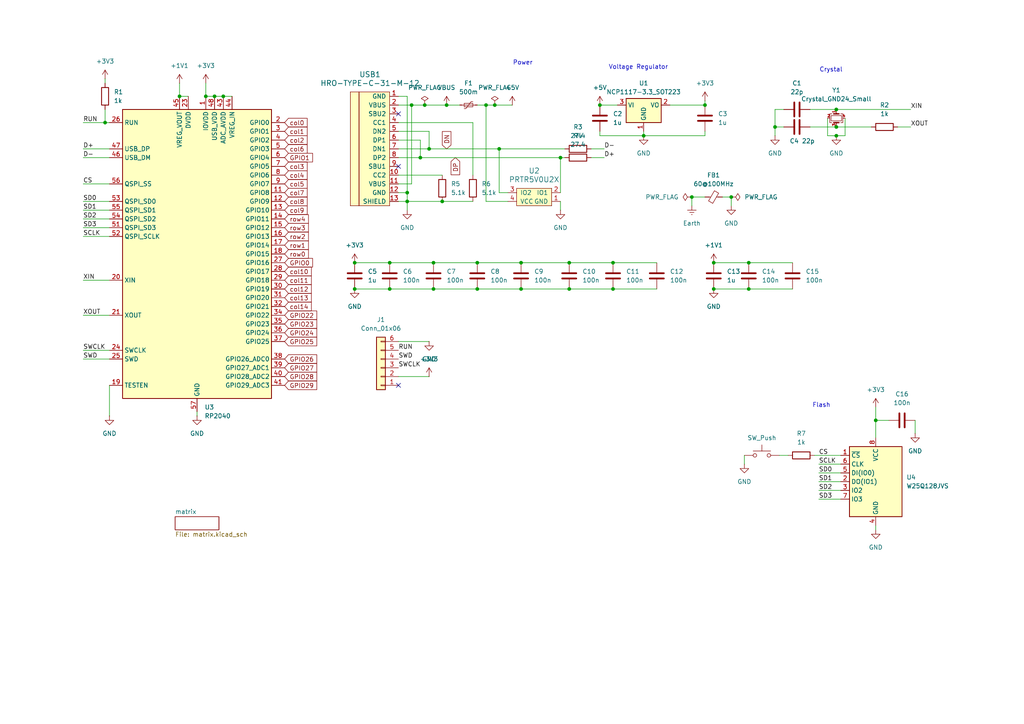
<source format=kicad_sch>
(kicad_sch (version 20231120) (generator "eeschema") (generator_version "8.0")
  (paper "A4")
  (lib_symbols
    (symbol "Connector_Generic:Conn_01x06" (pin_names (offset 1.016) hide)
      (property "Reference" "J" (at 0 7.62 0))
      (property "Value" "Conn_01x06" (at 0 -10.16 0))
      (symbol "Conn_01x06_1_1"
        (rectangle (start -1.27 -7.493) (end 0 -7.747) (stroke (width 0.1524)))
        (rectangle (start -1.27 -4.953) (end 0 -5.207) (stroke (width 0.1524)))
        (rectangle (start -1.27 -2.413) (end 0 -2.667) (stroke (width 0.1524)))
        (rectangle (start -1.27 0.127) (end 0 -0.127) (stroke (width 0.1524)))
        (rectangle (start -1.27 2.667) (end 0 2.413) (stroke (width 0.1524)))
        (rectangle (start -1.27 5.207) (end 0 4.953) (stroke (width 0.1524)))
        (rectangle (start -1.27 6.35) (end 1.27 -8.89) (stroke (width 0.254)) (fill (type background)))
        (pin passive line (at -5.08 5.08 0) (length 3.81) (name "Pin_1") (number "1"))
        (pin passive line (at -5.08 2.54 0) (length 3.81) (name "Pin_2") (number "2"))
        (pin passive line (at -5.08 0 0) (length 3.81) (name "Pin_3") (number "3"))
        (pin passive line (at -5.08 -2.54 0) (length 3.81) (name "Pin_4") (number "4"))
        (pin passive line (at -5.08 -5.08 0) (length 3.81) (name "Pin_5") (number "5"))
        (pin passive line (at -5.08 -7.62 0) (length 3.81) (name "Pin_6") (number "6"))
      )
    )
    (symbol "Device:C" (pin_numbers hide) (pin_names (offset 0.254))
      (property "Reference" "C" (at 0.635 2.54 0))
      (property "Value" "C" (at 0.635 -2.54 0))
      (symbol "C_0_1"
        (polyline (pts (xy -2.032 -0.762) (xy 2.032 -0.762)) (stroke (width 0.508)))
        (polyline (pts (xy -2.032 0.762) (xy 2.032 0.762)) (stroke (width 0.508)))
      )
      (symbol "C_1_1"
        (pin passive line (at 0 3.81 270) (length 2.794) (name "~") (number "1"))
        (pin passive line (at 0 -3.81 90) (length 2.794) (name "~") (number "2"))
      )
    )
    (symbol "Device:Crystal_GND24_Small" (pin_names (offset 1.016) hide)
      (property "Reference" "Y" (at 1.27 4.445 0))
      (property "Value" "Crystal_GND24_Small" (at 1.27 2.54 0))
      (symbol "Crystal_GND24_Small_0_1"
        (rectangle (start -0.762 -1.524) (end 0.762 1.524))
        (polyline (pts (xy -1.27 -0.762) (xy -1.27 0.762)) (stroke (width 0.381)))
        (polyline (pts (xy 1.27 -0.762) (xy 1.27 0.762)) (stroke (width 0.381)))
        (polyline (pts (xy -1.27 -1.27) (xy -1.27 -1.905) (xy 1.27 -1.905) (xy 1.27 -1.27)))
        (polyline (pts (xy -1.27 1.27) (xy -1.27 1.905) (xy 1.27 1.905) (xy 1.27 1.27)))
      )
      (symbol "Crystal_GND24_Small_1_1"
        (pin passive line (at -2.54 0 0) (length 1.27) (name "1") (number "1"))
        (pin passive line (at 0 -2.54 90) (length 0.635) (name "2") (number "2"))
        (pin passive line (at 2.54 0 180) (length 1.27) (name "3") (number "3"))
        (pin passive line (at 0 2.54 270) (length 0.635) (name "4") (number "4"))
      )
    )
    (symbol "Device:FerriteBead_Small" (pin_numbers hide) (pin_names (offset 0))
      (property "Reference" "FB" (at 1.905 1.27 0))
      (property "Value" "FerriteBead_Small" (at 1.905 -1.27 0))
      (symbol "FerriteBead_Small_0_1"
        (polyline (pts (xy 0 -1.27) (xy 0 -0.7874)))
        (polyline (pts (xy 0 0.889) (xy 0 1.2954)))
        (polyline (pts (xy -1.8288 0.2794) (xy -1.1176 1.4986) (xy 1.8288 -0.2032) (xy 1.1176 -1.4224) (xy -1.8288 0.2794)))
      )
      (symbol "FerriteBead_Small_1_1"
        (pin passive line (at 0 2.54 270) (length 1.27) (name "~") (number "1"))
        (pin passive line (at 0 -2.54 90) (length 1.27) (name "~") (number "2"))
      )
    )
    (symbol "Device:Polyfuse_Small" (pin_numbers hide) (pin_names (offset 0))
      (property "Reference" "F" (at -1.905 0 90))
      (property "Value" "Polyfuse_Small" (at 1.905 0 90))
      (symbol "Polyfuse_Small_0_1"
        (rectangle (start -0.508 1.27) (end 0.508 -1.27))
        (polyline (pts (xy 0 2.54) (xy 0 -2.54)))
        (polyline (pts (xy -1.016 1.27) (xy -1.016 0.762) (xy 1.016 -0.762) (xy 1.016 -1.27)))
      )
      (symbol "Polyfuse_Small_1_1"
        (pin passive line (at 0 2.54 270) (length 0.635) (name "~") (number "1"))
        (pin passive line (at 0 -2.54 90) (length 0.635) (name "~") (number "2"))
      )
    )
    (symbol "Device:R" (pin_numbers hide) (pin_names (offset 0))
      (property "Reference" "R" (at 2.032 0 90))
      (property "Value" "R" (at 0 0 90))
      (symbol "R_0_1"
        (rectangle (start -1.016 -2.54) (end 1.016 2.54) (stroke (width 0.254)))
      )
      (symbol "R_1_1"
        (pin passive line (at 0 3.81 270) (length 1.27) (name "~") (number "1"))
        (pin passive line (at 0 -3.81 90) (length 1.27) (name "~") (number "2"))
      )
    )
    (symbol "MCU_RaspberryPi:RP2040"
      (property "Reference" "U" (at 17.78 45.72 0))
      (property "Value" "RP2040" (at 17.78 43.18 0))
      (symbol "RP2040_0_1"
        (rectangle (start -21.59 41.91) (end 21.59 -41.91) (stroke (width 0.254)) (fill (type background)))
      )
      (symbol "RP2040_1_1"
        (pin power_in line (at 2.54 45.72 270) (length 3.81) (name "IOVDD") (number "1"))
        (pin passive line (at 2.54 45.72 270) (length 3.81) hide (name "IOVDD") (number "10"))
        (pin bidirectional line (at 25.4 17.78 180) (length 3.81) (name "GPIO8") (number "11"))
        (pin bidirectional line (at 25.4 15.24 180) (length 3.81) (name "GPIO9") (number "12"))
        (pin bidirectional line (at 25.4 12.7 180) (length 3.81) (name "GPIO10") (number "13"))
        (pin bidirectional line (at 25.4 10.16 180) (length 3.81) (name "GPIO11") (number "14"))
        (pin bidirectional line (at 25.4 7.62 180) (length 3.81) (name "GPIO12") (number "15"))
        (pin bidirectional line (at 25.4 5.08 180) (length 3.81) (name "GPIO13") (number "16"))
        (pin bidirectional line (at 25.4 2.54 180) (length 3.81) (name "GPIO14") (number "17"))
        (pin bidirectional line (at 25.4 0 180) (length 3.81) (name "GPIO15") (number "18"))
        (pin input line (at -25.4 -38.1 0) (length 3.81) (name "TESTEN") (number "19"))
        (pin bidirectional line (at 25.4 38.1 180) (length 3.81) (name "GPIO0") (number "2"))
        (pin input line (at -25.4 -7.62 0) (length 3.81) (name "XIN") (number "20"))
        (pin passive line (at -25.4 -17.78 0) (length 3.81) (name "XOUT") (number "21"))
        (pin passive line (at 2.54 45.72 270) (length 3.81) hide (name "IOVDD") (number "22"))
        (pin power_in line (at -2.54 45.72 270) (length 3.81) (name "DVDD") (number "23"))
        (pin input line (at -25.4 -27.94 0) (length 3.81) (name "SWCLK") (number "24"))
        (pin bidirectional line (at -25.4 -30.48 0) (length 3.81) (name "SWD") (number "25"))
        (pin input line (at -25.4 38.1 0) (length 3.81) (name "RUN") (number "26"))
        (pin bidirectional line (at 25.4 -2.54 180) (length 3.81) (name "GPIO16") (number "27"))
        (pin bidirectional line (at 25.4 -5.08 180) (length 3.81) (name "GPIO17") (number "28"))
        (pin bidirectional line (at 25.4 -7.62 180) (length 3.81) (name "GPIO18") (number "29"))
        (pin bidirectional line (at 25.4 35.56 180) (length 3.81) (name "GPIO1") (number "3"))
        (pin bidirectional line (at 25.4 -10.16 180) (length 3.81) (name "GPIO19") (number "30"))
        (pin bidirectional line (at 25.4 -12.7 180) (length 3.81) (name "GPIO20") (number "31"))
        (pin bidirectional line (at 25.4 -15.24 180) (length 3.81) (name "GPIO21") (number "32"))
        (pin passive line (at 2.54 45.72 270) (length 3.81) hide (name "IOVDD") (number "33"))
        (pin bidirectional line (at 25.4 -17.78 180) (length 3.81) (name "GPIO22") (number "34"))
        (pin bidirectional line (at 25.4 -20.32 180) (length 3.81) (name "GPIO23") (number "35"))
        (pin bidirectional line (at 25.4 -22.86 180) (length 3.81) (name "GPIO24") (number "36"))
        (pin bidirectional line (at 25.4 -25.4 180) (length 3.81) (name "GPIO25") (number "37"))
        (pin bidirectional line (at 25.4 -30.48 180) (length 3.81) (name "GPIO26_ADC0") (number "38"))
        (pin bidirectional line (at 25.4 -33.02 180) (length 3.81) (name "GPIO27_ADC1") (number "39"))
        (pin bidirectional line (at 25.4 33.02 180) (length 3.81) (name "GPIO2") (number "4"))
        (pin bidirectional line (at 25.4 -35.56 180) (length 3.81) (name "GPIO28_ADC2") (number "40"))
        (pin bidirectional line (at 25.4 -38.1 180) (length 3.81) (name "GPIO29_ADC3") (number "41"))
        (pin passive line (at 2.54 45.72 270) (length 3.81) hide (name "IOVDD") (number "42"))
        (pin power_in line (at 7.62 45.72 270) (length 3.81) (name "ADC_AVDD") (number "43"))
        (pin power_in line (at 10.16 45.72 270) (length 3.81) (name "VREG_IN") (number "44"))
        (pin power_out line (at -5.08 45.72 270) (length 3.81) (name "VREG_VOUT") (number "45"))
        (pin bidirectional line (at -25.4 27.94 0) (length 3.81) (name "USB_DM") (number "46"))
        (pin bidirectional line (at -25.4 30.48 0) (length 3.81) (name "USB_DP") (number "47"))
        (pin power_in line (at 5.08 45.72 270) (length 3.81) (name "USB_VDD") (number "48"))
        (pin passive line (at 2.54 45.72 270) (length 3.81) hide (name "IOVDD") (number "49"))
        (pin bidirectional line (at 25.4 30.48 180) (length 3.81) (name "GPIO3") (number "5"))
        (pin passive line (at -2.54 45.72 270) (length 3.81) hide (name "DVDD") (number "50"))
        (pin bidirectional line (at -25.4 7.62 0) (length 3.81) (name "QSPI_SD3") (number "51"))
        (pin output line (at -25.4 5.08 0) (length 3.81) (name "QSPI_SCLK") (number "52"))
        (pin bidirectional line (at -25.4 15.24 0) (length 3.81) (name "QSPI_SD0") (number "53"))
        (pin bidirectional line (at -25.4 10.16 0) (length 3.81) (name "QSPI_SD2") (number "54"))
        (pin bidirectional line (at -25.4 12.7 0) (length 3.81) (name "QSPI_SD1") (number "55"))
        (pin bidirectional line (at -25.4 20.32 0) (length 3.81) (name "QSPI_SS") (number "56"))
        (pin power_in line (at 0 -45.72 90) (length 3.81) (name "GND") (number "57"))
        (pin bidirectional line (at 25.4 27.94 180) (length 3.81) (name "GPIO4") (number "6"))
        (pin bidirectional line (at 25.4 25.4 180) (length 3.81) (name "GPIO5") (number "7"))
        (pin bidirectional line (at 25.4 22.86 180) (length 3.81) (name "GPIO6") (number "8"))
        (pin bidirectional line (at 25.4 20.32 180) (length 3.81) (name "GPIO7") (number "9"))
      )
    )
    (symbol "Memory_Flash:W25Q128JVS"
      (property "Reference" "U" (at -6.35 11.43 0))
      (property "Value" "W25Q128JVS" (at 7.62 11.43 0))
      (symbol "W25Q128JVS_0_1"
        (rectangle (start -7.62 10.16) (end 7.62 -10.16) (stroke (width 0.254)) (fill (type background)))
      )
      (symbol "W25Q128JVS_1_1"
        (pin input line (at -10.16 7.62 0) (length 2.54) (name "~{CS}") (number "1"))
        (pin bidirectional line (at -10.16 0 0) (length 2.54) (name "DO(IO1)") (number "2"))
        (pin bidirectional line (at -10.16 -2.54 0) (length 2.54) (name "IO2") (number "3"))
        (pin power_in line (at 0 -12.7 90) (length 2.54) (name "GND") (number "4"))
        (pin bidirectional line (at -10.16 2.54 0) (length 2.54) (name "DI(IO0)") (number "5"))
        (pin input line (at -10.16 5.08 0) (length 2.54) (name "CLK") (number "6"))
        (pin bidirectional line (at -10.16 -5.08 0) (length 2.54) (name "IO3") (number "7"))
        (pin power_in line (at 0 12.7 270) (length 2.54) (name "VCC") (number "8"))
      )
    )
    (symbol "Regulator_Linear:NCP1117-3.3_SOT223"
      (property "Reference" "U" (at -3.81 3.175 0))
      (property "Value" "NCP1117-3.3_SOT223" (at 0 3.175 0))
      (symbol "NCP1117-3.3_SOT223_0_1"
        (rectangle (start -5.08 -5.08) (end 5.08 1.905) (stroke (width 0.254)) (fill (type background)))
      )
      (symbol "NCP1117-3.3_SOT223_1_1"
        (pin power_in line (at 0 -7.62 90) (length 2.54) (name "GND") (number "1"))
        (pin power_out line (at 7.62 0 180) (length 2.54) (name "VO") (number "2"))
        (pin power_in line (at -7.62 0 0) (length 2.54) (name "VI") (number "3"))
      )
    )
    (symbol "Switch:SW_Push" (pin_numbers hide) (pin_names (offset 1.016) hide)
      (property "Reference" "SW" (at 1.27 2.54 0))
      (property "Value" "SW_Push" (at 0 -1.524 0))
      (symbol "SW_Push_0_1"
        (circle (center -2.032 0) (radius 0.508))
        (polyline (pts (xy 0 1.27) (xy 0 3.048)))
        (polyline (pts (xy 2.54 1.27) (xy -2.54 1.27)))
        (circle (center 2.032 0) (radius 0.508))
        (pin passive line (at -5.08 0 0) (length 2.54) (name "1") (number "1"))
        (pin passive line (at 5.08 0 180) (length 2.54) (name "2") (number "2"))
      )
    )
    (symbol "Type-C:HRO-TYPE-C-31-M-12" (pin_names (offset 1.016))
      (property "Reference" "USB" (at -5.08 16.51 0))
      (property "Value" "HRO-TYPE-C-31-M-12" (at -10.16 -1.27 90))
      (symbol "HRO-TYPE-C-31-M-12_0_1"
        (rectangle (start -11.43 15.24) (end -8.89 -17.78) (fill (type background)))
        (rectangle (start 0 -17.78) (end -8.89 15.24) (fill (type background)))
      )
      (symbol "HRO-TYPE-C-31-M-12_1_1"
        (pin input line (at 2.54 13.97 180) (length 2.54) (name "GND") (number "1"))
        (pin input line (at 2.54 -8.89 180) (length 2.54) (name "CC2") (number "10"))
        (pin input line (at 2.54 -11.43 180) (length 2.54) (name "VBUS") (number "11"))
        (pin input line (at 2.54 -13.97 180) (length 2.54) (name "GND") (number "12"))
        (pin input line (at 2.54 -16.51 180) (length 2.54) (name "SHIELD") (number "13"))
        (pin input line (at 2.54 11.43 180) (length 2.54) (name "VBUS") (number "2"))
        (pin input line (at 2.54 8.89 180) (length 2.54) (name "SBU2") (number "3"))
        (pin input line (at 2.54 6.35 180) (length 2.54) (name "CC1") (number "4"))
        (pin input line (at 2.54 3.81 180) (length 2.54) (name "DN2") (number "5"))
        (pin input line (at 2.54 1.27 180) (length 2.54) (name "DP1") (number "6"))
        (pin input line (at 2.54 -1.27 180) (length 2.54) (name "DN1") (number "7"))
        (pin input line (at 2.54 -3.81 180) (length 2.54) (name "DP2") (number "8"))
        (pin input line (at 2.54 -6.35 180) (length 2.54) (name "SBU1") (number "9"))
      )
    )
    (symbol "power:+1V1" (power) (pin_numbers hide) (pin_names (offset 0) hide)
      (property "Value" "+1V1" (at 0 3.556 0))
      (symbol "+1V1_0_1"
        (polyline (pts (xy -0.762 1.27) (xy 0 2.54)))
        (polyline (pts (xy 0 0) (xy 0 2.54)))
        (polyline (pts (xy 0 2.54) (xy 0.762 1.27)))
      )
      (symbol "+1V1_1_1"
        (pin power_in line (at 0 0 90) (length 0) (name "~") (number "1"))
      )
    )
    (symbol "power:+3V3" (power) (pin_numbers hide) (pin_names (offset 0) hide)
      (property "Value" "+3V3" (at 0 3.556 0))
      (symbol "+3V3_0_1"
        (polyline (pts (xy -0.762 1.27) (xy 0 2.54)))
        (polyline (pts (xy 0 0) (xy 0 2.54)))
        (polyline (pts (xy 0 2.54) (xy 0.762 1.27)))
      )
      (symbol "+3V3_1_1"
        (pin power_in line (at 0 0 90) (length 0) (name "~") (number "1"))
      )
    )
    (symbol "power:+5V" (power) (pin_numbers hide) (pin_names (offset 0) hide)
      (property "Value" "+5V" (at 0 3.556 0))
      (symbol "+5V_0_1"
        (polyline (pts (xy -0.762 1.27) (xy 0 2.54)))
        (polyline (pts (xy 0 0) (xy 0 2.54)))
        (polyline (pts (xy 0 2.54) (xy 0.762 1.27)))
      )
      (symbol "+5V_1_1"
        (pin power_in line (at 0 0 90) (length 0) (name "~") (number "1"))
      )
    )
    (symbol "power:Earth" (power) (pin_numbers hide) (pin_names (offset 0) hide)
      (property "Value" "Earth" (at 0 -3.81 0))
      (symbol "Earth_0_1"
        (polyline (pts (xy -0.635 -1.905) (xy 0.635 -1.905)))
        (polyline (pts (xy -0.127 -2.54) (xy 0.127 -2.54)))
        (polyline (pts (xy 0 -1.27) (xy 0 0)))
        (polyline (pts (xy 1.27 -1.27) (xy -1.27 -1.27)))
      )
      (symbol "Earth_1_1"
        (pin power_in line (at 0 0 270) (length 0) (name "~") (number "1"))
      )
    )
    (symbol "power:GND" (power) (pin_numbers hide) (pin_names (offset 0) hide)
      (property "Value" "GND" (at 0 -3.81 0))
      (symbol "GND_0_1"
        (polyline (pts (xy 0 0) (xy 0 -1.27) (xy 1.27 -1.27) (xy 0 -2.54) (xy -1.27 -1.27) (xy 0 -1.27)))
      )
      (symbol "GND_1_1"
        (pin power_in line (at 0 0 270) (length 0) (name "~") (number "1"))
      )
    )
    (symbol "power:PWR_FLAG" (power) (pin_numbers hide) (pin_names (offset 0) hide)
      (property "Value" "PWR_FLAG" (at 0 3.81 0))
      (symbol "PWR_FLAG_0_0"
        (pin power_out line (at 0 0 90) (length 0) (name "~") (number "1"))
      )
      (symbol "PWR_FLAG_0_1"
        (polyline (pts (xy 0 0) (xy 0 1.27) (xy -1.016 1.905) (xy 0 2.54) (xy 1.016 1.905) (xy 0 1.27)))
      )
    )
    (symbol "power:VBUS" (power) (pin_numbers hide) (pin_names (offset 0) hide)
      (property "Value" "VBUS" (at 0 3.556 0))
      (symbol "VBUS_0_1"
        (polyline (pts (xy -0.762 1.27) (xy 0 2.54)))
        (polyline (pts (xy 0 0) (xy 0 2.54)))
        (polyline (pts (xy 0 2.54) (xy 0.762 1.27)))
      )
      (symbol "VBUS_1_1"
        (pin power_in line (at 0 0 90) (length 0) (name "~") (number "1"))
      )
    )
    (symbol "random-keyboard-parts:PRTR5V0U2X" (pin_names (offset 1.016))
      (property "Reference" "U" (at 0 3.81 0))
      (property "Value" "PRTR5V0U2X" (at 0 -3.81 0))
      (symbol "PRTR5V0U2X_0_1"
        (rectangle (start -5.08 2.54) (end 5.08 -2.54) (fill (type background)))
      )
      (symbol "PRTR5V0U2X_1_1"
        (pin input line (at -7.62 1.27 0) (length 2.54) (name "GND") (number "1"))
        (pin input line (at -7.62 -1.27 0) (length 2.54) (name "IO1") (number "2"))
        (pin input line (at 7.62 -1.27 180) (length 2.54) (name "IO2") (number "3"))
        (pin input line (at 7.62 1.27 180) (length 2.54) (name "VCC") (number "4"))
      )
    )
  )
  (junction (at 125.73 76.2))
  (junction (at 151.13 83.82))
  (junction (at 217.17 83.82))
  (junction (at 118.11 55.88))
  (junction (at 138.43 76.2))
  (junction (at 129.54 30.48))
  (junction (at 140.97 30.48))
  (junction (at 242.57 31.75))
  (junction (at 254 121.92))
  (junction (at 242.57 39.37))
  (junction (at 200.66 57.15))
  (junction (at 62.23 27.94))
  (junction (at 242.57 36.83))
  (junction (at 118.11 58.42))
  (junction (at 123.19 30.48))
  (junction (at 64.77 27.94))
  (junction (at 212.09 57.15))
  (junction (at 224.79 36.83))
  (junction (at 207.01 76.2))
  (junction (at 165.1 83.82))
  (junction (at 143.51 30.48))
  (junction (at 186.69 39.37))
  (junction (at 207.01 83.82))
  (junction (at 165.1 76.2))
  (junction (at 102.87 76.2))
  (junction (at 204.47 30.48))
  (junction (at 113.03 76.2))
  (junction (at 177.8 76.2))
  (junction (at 217.17 76.2))
  (junction (at 124.46 43.18))
  (junction (at 113.03 83.82))
  (junction (at 138.43 83.82))
  (junction (at 59.69 27.94))
  (junction (at 52.07 27.94))
  (junction (at 151.13 76.2))
  (junction (at 128.27 58.42))
  (junction (at 144.78 43.18))
  (junction (at 162.56 45.72))
  (junction (at 119.38 30.48))
  (junction (at 30.48 35.56))
  (junction (at 125.73 83.82))
  (junction (at 121.92 45.72))
  (junction (at 177.8 83.82))
  (junction (at 102.87 83.82))
  (junction (at 173.99 30.48))
  (no_connect (at 115.57 111.76))
  (no_connect (at 115.57 48.26))
  (no_connect (at 115.57 33.02))
  (wire (pts (xy 24.13 68.58) (xy 31.75 68.58)))
  (wire (pts (xy 59.69 27.94) (xy 62.23 27.94)))
  (wire (pts (xy 59.69 24.13) (xy 59.69 27.94)))
  (wire (pts (xy 115.57 58.42) (xy 118.11 58.42)))
  (wire (pts (xy 260.35 36.83) (xy 264.16 36.83)))
  (wire (pts (xy 118.11 58.42) (xy 128.27 58.42)))
  (wire (pts (xy 24.13 81.28) (xy 31.75 81.28)))
  (wire (pts (xy 204.47 29.21) (xy 204.47 30.48)))
  (wire (pts (xy 118.11 55.88) (xy 118.11 58.42)))
  (wire (pts (xy 115.57 35.56) (xy 137.16 35.56)))
  (wire (pts (xy 212.09 57.15) (xy 212.09 59.69)))
  (wire (pts (xy 237.49 137.16) (xy 243.84 137.16)))
  (wire (pts (xy 138.43 76.2) (xy 151.13 76.2)))
  (wire (pts (xy 115.57 50.8) (xy 128.27 50.8)))
  (wire (pts (xy 242.57 31.75) (xy 264.16 31.75)))
  (wire (pts (xy 24.13 66.04) (xy 31.75 66.04)))
  (wire (pts (xy 24.13 53.34) (xy 31.75 53.34)))
  (wire (pts (xy 151.13 76.2) (xy 165.1 76.2)))
  (wire (pts (xy 237.49 139.7) (xy 243.84 139.7)))
  (wire (pts (xy 137.16 35.56) (xy 137.16 50.8)))
  (wire (pts (xy 115.57 40.64) (xy 121.92 40.64)))
  (wire (pts (xy 254 152.4) (xy 254 153.67)))
  (wire (pts (xy 236.22 132.08) (xy 243.84 132.08)))
  (wire (pts (xy 140.97 30.48) (xy 143.51 30.48)))
  (wire (pts (xy 119.38 30.48) (xy 115.57 30.48)))
  (wire (pts (xy 254 121.92) (xy 257.81 121.92)))
  (wire (pts (xy 119.38 53.34) (xy 119.38 30.48)))
  (wire (pts (xy 165.1 83.82) (xy 177.8 83.82)))
  (wire (pts (xy 162.56 45.72) (xy 163.83 45.72)))
  (wire (pts (xy 207.01 76.2) (xy 217.17 76.2)))
  (wire (pts (xy 234.95 36.83) (xy 242.57 36.83)))
  (wire (pts (xy 215.9 132.08) (xy 215.9 134.62)))
  (wire (pts (xy 118.11 55.88) (xy 115.57 55.88)))
  (wire (pts (xy 24.13 104.14) (xy 31.75 104.14)))
  (wire (pts (xy 24.13 58.42) (xy 31.75 58.42)))
  (wire (pts (xy 115.57 109.22) (xy 124.46 109.22)))
  (wire (pts (xy 140.97 58.42) (xy 140.97 30.48)))
  (wire (pts (xy 52.07 27.94) (xy 54.61 27.94)))
  (wire (pts (xy 128.27 58.42) (xy 137.16 58.42)))
  (wire (pts (xy 194.31 30.48) (xy 204.47 30.48)))
  (wire (pts (xy 118.11 27.94) (xy 118.11 55.88)))
  (wire (pts (xy 124.46 43.18) (xy 144.78 43.18)))
  (wire (pts (xy 102.87 83.82) (xy 113.03 83.82)))
  (wire (pts (xy 115.57 43.18) (xy 124.46 43.18)))
  (wire (pts (xy 144.78 43.18) (xy 163.83 43.18)))
  (wire (pts (xy 240.03 34.29) (xy 240.03 39.37)))
  (wire (pts (xy 115.57 27.94) (xy 118.11 27.94)))
  (wire (pts (xy 140.97 58.42) (xy 147.32 58.42)))
  (wire (pts (xy 125.73 83.82) (xy 138.43 83.82)))
  (wire (pts (xy 24.13 35.56) (xy 30.48 35.56)))
  (wire (pts (xy 30.48 35.56) (xy 31.75 35.56)))
  (wire (pts (xy 162.56 58.42) (xy 162.56 60.96)))
  (wire (pts (xy 165.1 76.2) (xy 177.8 76.2)))
  (wire (pts (xy 138.43 30.48) (xy 140.97 30.48)))
  (wire (pts (xy 144.78 55.88) (xy 147.32 55.88)))
  (wire (pts (xy 143.51 30.48) (xy 148.59 30.48)))
  (wire (pts (xy 30.48 22.86) (xy 30.48 24.13)))
  (wire (pts (xy 204.47 38.1) (xy 204.47 39.37)))
  (wire (pts (xy 118.11 58.42) (xy 118.11 60.96)))
  (wire (pts (xy 24.13 101.6) (xy 31.75 101.6)))
  (wire (pts (xy 138.43 83.82) (xy 151.13 83.82)))
  (wire (pts (xy 204.47 57.15) (xy 200.66 57.15)))
  (wire (pts (xy 254 118.11) (xy 254 121.92)))
  (wire (pts (xy 119.38 30.48) (xy 123.19 30.48)))
  (wire (pts (xy 64.77 27.94) (xy 67.31 27.94)))
  (wire (pts (xy 24.13 45.72) (xy 31.75 45.72)))
  (wire (pts (xy 144.78 43.18) (xy 144.78 55.88)))
  (wire (pts (xy 24.13 43.18) (xy 31.75 43.18)))
  (wire (pts (xy 265.43 121.92) (xy 265.43 125.73)))
  (wire (pts (xy 177.8 83.82) (xy 190.5 83.82)))
  (wire (pts (xy 124.46 38.1) (xy 124.46 43.18)))
  (wire (pts (xy 217.17 83.82) (xy 229.87 83.82)))
  (wire (pts (xy 113.03 83.82) (xy 125.73 83.82)))
  (wire (pts (xy 237.49 144.78) (xy 243.84 144.78)))
  (wire (pts (xy 245.11 39.37) (xy 242.57 39.37)))
  (wire (pts (xy 186.69 39.37) (xy 204.47 39.37)))
  (wire (pts (xy 115.57 38.1) (xy 124.46 38.1)))
  (wire (pts (xy 57.15 119.38) (xy 57.15 120.65)))
  (wire (pts (xy 62.23 27.94) (xy 64.77 27.94)))
  (wire (pts (xy 242.57 36.83) (xy 252.73 36.83)))
  (wire (pts (xy 121.92 45.72) (xy 162.56 45.72)))
  (wire (pts (xy 115.57 53.34) (xy 119.38 53.34)))
  (wire (pts (xy 226.06 132.08) (xy 228.6 132.08)))
  (wire (pts (xy 115.57 45.72) (xy 121.92 45.72)))
  (wire (pts (xy 113.03 76.2) (xy 125.73 76.2)))
  (wire (pts (xy 173.99 39.37) (xy 186.69 39.37)))
  (wire (pts (xy 245.11 34.29) (xy 245.11 39.37)))
  (wire (pts (xy 200.66 57.15) (xy 200.66 59.69)))
  (wire (pts (xy 177.8 76.2) (xy 190.5 76.2)))
  (wire (pts (xy 254 121.92) (xy 254 127)))
  (wire (pts (xy 151.13 83.82) (xy 165.1 83.82)))
  (wire (pts (xy 237.49 134.62) (xy 243.84 134.62)))
  (wire (pts (xy 171.45 43.18) (xy 175.26 43.18)))
  (wire (pts (xy 52.07 24.13) (xy 52.07 27.94)))
  (wire (pts (xy 24.13 91.44) (xy 31.75 91.44)))
  (wire (pts (xy 115.57 99.06) (xy 124.46 99.06)))
  (wire (pts (xy 237.49 142.24) (xy 243.84 142.24)))
  (wire (pts (xy 31.75 111.76) (xy 31.75 120.65)))
  (wire (pts (xy 217.17 76.2) (xy 229.87 76.2)))
  (wire (pts (xy 30.48 31.75) (xy 30.48 35.56)))
  (wire (pts (xy 186.69 38.1) (xy 186.69 39.37)))
  (wire (pts (xy 234.95 31.75) (xy 242.57 31.75)))
  (wire (pts (xy 24.13 60.96) (xy 31.75 60.96)))
  (wire (pts (xy 171.45 45.72) (xy 175.26 45.72)))
  (wire (pts (xy 207.01 83.82) (xy 217.17 83.82)))
  (wire (pts (xy 121.92 40.64) (xy 121.92 45.72)))
  (wire (pts (xy 224.79 36.83) (xy 224.79 39.37)))
  (wire (pts (xy 224.79 31.75) (xy 224.79 36.83)))
  (wire (pts (xy 179.07 30.48) (xy 173.99 30.48)))
  (wire (pts (xy 123.19 30.48) (xy 129.54 30.48)))
  (wire (pts (xy 125.73 76.2) (xy 138.43 76.2)))
  (wire (pts (xy 102.87 76.2) (xy 113.03 76.2)))
  (wire (pts (xy 227.33 36.83) (xy 224.79 36.83)))
  (wire (pts (xy 24.13 63.5) (xy 31.75 63.5)))
  (wire (pts (xy 129.54 30.48) (xy 133.35 30.48)))
  (wire (pts (xy 173.99 38.1) (xy 173.99 39.37)))
  (wire (pts (xy 162.56 45.72) (xy 162.56 55.88)))
  (wire (pts (xy 240.03 39.37) (xy 242.57 39.37)))
  (wire (pts (xy 227.33 31.75) (xy 224.79 31.75)))
  (wire (pts (xy 209.55 57.15) (xy 212.09 57.15)))
  (text "Voltage Regulator" (at 185.166 19.558 0) (effects (font (size 1.27 1.27))))
  (text "Power" (at 151.638 18.288 0) (effects (font (size 1.27 1.27))))
  (text "Crystal" (at 241.046 20.32 0) (effects (font (size 1.27 1.27))))
  (text "Flash" (at 238.252 117.602 0) (effects (font (size 1.27 1.27))))
  (label "D+" (at 24.13 43.18 0))
  (label "XIN" (at 24.13 81.28 0))
  (label "SWCLK" (at 115.57 106.68 0))
  (label "D-" (at 175.26 43.18 0))
  (label "SD2" (at 24.13 63.5 0))
  (label "RUN" (at 24.13 35.56 0))
  (label "SCLK" (at 24.13 68.58 0))
  (label "XOUT" (at 264.16 36.83 0))
  (label "CS" (at 237.49 132.08 0))
  (label "SD1" (at 237.49 139.7 0))
  (label "D-" (at 24.13 45.72 0))
  (label "SD2" (at 237.49 142.24 0))
  (label "CS" (at 24.13 53.34 0))
  (label "SWD" (at 24.13 104.14 0))
  (label "XIN" (at 264.16 31.75 0))
  (label "RUN" (at 115.57 101.6 0))
  (label "XOUT" (at 24.13 91.44 0))
  (label "SD1" (at 24.13 60.96 0))
  (label "SWD" (at 115.57 104.14 0))
  (label "D+" (at 175.26 45.72 0))
  (label "SCLK" (at 237.49 134.62 0))
  (label "SD3" (at 237.49 144.78 0))
  (label "SD3" (at 24.13 66.04 0))
  (label "SD0" (at 237.49 137.16 0))
  (label "SWCLK" (at 24.13 101.6 0))
  (label "SD0" (at 24.13 58.42 0))
  (global_label "GPIO1" (shape input) (at 82.55 45.72 0) (property "Intersheetrefs" "${INTERSHEET_REFS}" (effects (hide yes))))
  (global_label "col13" (shape input) (at 82.55 86.36 0) (property "Intersheetrefs" "${INTERSHEET_REFS}" (effects (hide yes))))
  (global_label "row2" (shape input) (at 82.55 68.58 0) (property "Intersheetrefs" "${INTERSHEET_REFS}" (effects (hide yes))))
  (global_label "DN" (shape input) (at 129.54 43.18 90) (property "Intersheetrefs" "${INTERSHEET_REFS}" (effects (hide yes))))
  (global_label "GPIO0" (shape input) (at 82.55 76.2 0) (property "Intersheetrefs" "${INTERSHEET_REFS}" (effects (hide yes))))
  (global_label "col9" (shape input) (at 82.55 60.96 0) (property "Intersheetrefs" "${INTERSHEET_REFS}" (effects (hide yes))))
  (global_label "col4" (shape input) (at 82.55 50.8 0) (property "Intersheetrefs" "${INTERSHEET_REFS}" (effects (hide yes))))
  (global_label "GPIO26" (shape input) (at 82.55 104.14 0) (property "Intersheetrefs" "${INTERSHEET_REFS}" (effects (hide yes))))
  (global_label "col6" (shape input) (at 82.55 43.18 0) (property "Intersheetrefs" "${INTERSHEET_REFS}" (effects (hide yes))))
  (global_label "col10" (shape input) (at 82.55 78.74 0) (property "Intersheetrefs" "${INTERSHEET_REFS}" (effects (hide yes))))
  (global_label "GPIO29" (shape input) (at 82.55 111.76 0) (property "Intersheetrefs" "${INTERSHEET_REFS}" (effects (hide yes))))
  (global_label "row4" (shape input) (at 82.55 63.5 0) (property "Intersheetrefs" "${INTERSHEET_REFS}" (effects (hide yes))))
  (global_label "GPIO23" (shape input) (at 82.55 93.98 0) (property "Intersheetrefs" "${INTERSHEET_REFS}" (effects (hide yes))))
  (global_label "col8" (shape input) (at 82.55 58.42 0) (property "Intersheetrefs" "${INTERSHEET_REFS}" (effects (hide yes))))
  (global_label "col1" (shape input) (at 82.55 38.1 0) (property "Intersheetrefs" "${INTERSHEET_REFS}" (effects (hide yes))))
  (global_label "col7" (shape input) (at 82.55 55.88 0) (property "Intersheetrefs" "${INTERSHEET_REFS}" (effects (hide yes))))
  (global_label "col12" (shape input) (at 82.55 83.82 0) (property "Intersheetrefs" "${INTERSHEET_REFS}" (effects (hide yes))))
  (global_label "col2" (shape input) (at 82.55 40.64 0) (property "Intersheetrefs" "${INTERSHEET_REFS}" (effects (hide yes))))
  (global_label "col5" (shape input) (at 82.55 53.34 0) (property "Intersheetrefs" "${INTERSHEET_REFS}" (effects (hide yes))))
  (global_label "GPIO22" (shape input) (at 82.55 91.44 0) (property "Intersheetrefs" "${INTERSHEET_REFS}" (effects (hide yes))))
  (global_label "row0" (shape input) (at 82.55 73.66 0) (property "Intersheetrefs" "${INTERSHEET_REFS}" (effects (hide yes))))
  (global_label "GPIO28" (shape input) (at 82.55 109.22 0) (property "Intersheetrefs" "${INTERSHEET_REFS}" (effects (hide yes))))
  (global_label "col14" (shape input) (at 82.55 88.9 0) (property "Intersheetrefs" "${INTERSHEET_REFS}" (effects (hide yes))))
  (global_label "row1" (shape input) (at 82.55 71.12 0) (property "Intersheetrefs" "${INTERSHEET_REFS}" (effects (hide yes))))
  (global_label "col0" (shape input) (at 82.55 35.56 0) (property "Intersheetrefs" "${INTERSHEET_REFS}" (effects (hide yes))))
  (global_label "GPIO25" (shape input) (at 82.55 99.06 0) (property "Intersheetrefs" "${INTERSHEET_REFS}" (effects (hide yes))))
  (global_label "row3" (shape input) (at 82.55 66.04 0) (property "Intersheetrefs" "${INTERSHEET_REFS}" (effects (hide yes))))
  (global_label "GPIO27" (shape input) (at 82.55 106.68 0) (property "Intersheetrefs" "${INTERSHEET_REFS}" (effects (hide yes))))
  (global_label "col11" (shape input) (at 82.55 81.28 0) (property "Intersheetrefs" "${INTERSHEET_REFS}" (effects (hide yes))))
  (global_label "GPIO24" (shape input) (at 82.55 96.52 0) (property "Intersheetrefs" "${INTERSHEET_REFS}" (effects (hide yes))))
  (global_label "col3" (shape input) (at 82.55 48.26 0) (property "Intersheetrefs" "${INTERSHEET_REFS}" (effects (hide yes))))
  (global_label "DP" (shape input) (at 132.08 45.72 270) (property "Intersheetrefs" "${INTERSHEET_REFS}" (effects (hide yes))))
  (symbol (lib_id "Device:C") (at 229.87 80.01 0) (unit 1)
    (property "Reference" "C15" (at 233.68 78.7399 0) (effects (justify left)))
    (property "Value" "100n" (at 233.68 81.2799 0) (effects (justify left)))
    (property "Footprint" "Capacitor_SMD:C_0402_1005Metric" (effects (hide yes)))
    (property "Description" "Unpolarized capacitor" (effects (hide yes)))
    (property "JLCPCB Part" "C14663" (effects (hide yes)))
  )
  (symbol (lib_id "Memory_Flash:W25Q128JVS") (at 254 139.7 0) (unit 1)
    (property "Reference" "U4" (at 262.89 138.4299 0) (effects (justify left)))
    (property "Value" "W25Q128JVS" (at 262.89 140.9699 0) (effects (justify left)))
    (property "Footprint" "Package_SO:SOIC-8_5.23x5.23mm_P1.27mm" (effects (hide yes)))
    (property "Datasheet" "https://www.winbond.com/resource-files/w25q128jv_dtr%20revc%2003272018%20plus.pdf" (effects (hide yes)))
    (property "Description" "128Mb Serial Flash Memory, Standard/Dual/Quad SPI, SOIC-8" (effects (hide yes)))
    (property "JLCPCB Part" "C82317" (effects (hide yes)))
  )
  (symbol (lib_id "Device:C") (at 217.17 80.01 0) (unit 1)
    (property "Reference" "C14" (at 220.98 78.7399 0) (effects (justify left)))
    (property "Value" "100n" (at 220.98 81.2799 0) (effects (justify left)))
    (property "Footprint" "Capacitor_SMD:C_0402_1005Metric" (effects (hide yes)))
    (property "Description" "Unpolarized capacitor" (effects (hide yes)))
    (property "JLCPCB Part" "C14663" (effects (hide yes)))
  )
  (symbol (lib_id "power:+3V3") (at 102.87 76.2 0) (unit 1)
    (property "Reference" "#PWR010" (effects (hide yes)))
    (property "Value" "+3V3" (at 102.87 71.12 0))
    (property "Description" "Power symbol creates a global label with name \"+3V3\"" (effects (hide yes)))
  )
  (symbol (lib_id "power:+3V3") (at 204.47 29.21 0) (unit 1)
    (property "Reference" "#PWR04" (effects (hide yes)))
    (property "Value" "+3V3" (at 204.47 24.13 0))
    (property "Description" "Power symbol creates a global label with name \"+3V3\"" (effects (hide yes)))
  )
  (symbol (lib_id "power:GND") (at 207.01 83.82 0) (unit 1)
    (property "Reference" "#PWR013" (effects (hide yes)))
    (property "Value" "GND" (at 207.01 88.9 0))
    (property "Description" "Power symbol creates a global label with name \"GND\" , ground" (effects (hide yes)))
  )
  (symbol (lib_id "Device:Crystal_GND24_Small") (at 242.57 34.29 270) (unit 1)
    (property "Reference" "Y1" (at 242.57 26.162 90))
    (property "Value" "Crystal_GND24_Small" (at 242.57 28.702 90))
    (property "Footprint" "Crystal:Crystal_SMD_3225-4Pin_3.2x2.5mm" (effects (hide yes)))
    (property "Description" "Four pin crystal, GND on pins 2 and 4, small symbol" (effects (hide yes)))
    (property "JLCPCB Part" "C9002" (effects (hide yes)))
  )
  (symbol (lib_id "Device:C") (at 125.73 80.01 0) (unit 1)
    (property "Reference" "C7" (at 129.54 78.7399 0) (effects (justify left)))
    (property "Value" "100n" (at 129.54 81.2799 0) (effects (justify left)))
    (property "Footprint" "Capacitor_SMD:C_0402_1005Metric" (effects (hide yes)))
    (property "Description" "Unpolarized capacitor" (effects (hide yes)))
    (property "JLCPCB Part" "C14663" (effects (hide yes)))
  )
  (symbol (lib_id "Device:C") (at 113.03 80.01 0) (unit 1)
    (property "Reference" "C6" (at 116.84 78.7399 0) (effects (justify left)))
    (property "Value" "100n" (at 116.84 81.2799 0) (effects (justify left)))
    (property "Footprint" "Capacitor_SMD:C_0402_1005Metric" (effects (hide yes)))
    (property "Description" "Unpolarized capacitor" (effects (hide yes)))
    (property "JLCPCB Part" "C14663" (effects (hide yes)))
  )
  (symbol (lib_id "Device:C") (at 173.99 34.29 0) (unit 1)
    (property "Reference" "C2" (at 177.8 33.0199 0) (effects (justify left)))
    (property "Value" "1u" (at 177.8 35.5599 0) (effects (justify left)))
    (property "Footprint" "Capacitor_SMD:C_0402_1005Metric" (effects (hide yes)))
    (property "Description" "Unpolarized capacitor" (effects (hide yes)))
    (property "JLCPCB Part" "C52923" (effects (hide yes)))
  )
  (symbol (lib_id "Device:C") (at 102.87 80.01 0) (unit 1)
    (property "Reference" "C5" (at 106.68 78.7399 0) (effects (justify left)))
    (property "Value" "1u" (at 106.68 81.2799 0) (effects (justify left)))
    (property "Footprint" "Capacitor_SMD:C_0402_1005Metric" (effects (hide yes)))
    (property "Description" "Unpolarized capacitor" (effects (hide yes)))
    (property "JLCPCB Part" "C52923" (effects (hide yes)))
  )
  (symbol (lib_id "power:PWR_FLAG") (at 143.51 30.48 0) (unit 1)
    (property "Reference" "#FLG02" (effects (hide yes)))
    (property "Value" "PWR_FLAG" (at 143.51 25.4 0))
    (property "Description" "Special symbol for telling ERC where power comes from" (effects (hide yes)))
  )
  (symbol (lib_id "power:+3V3") (at 59.69 24.13 0) (unit 1)
    (property "Reference" "#PWR03" (effects (hide yes)))
    (property "Value" "+3V3" (at 59.69 19.05 0))
    (property "Description" "Power symbol creates a global label with name \"+3V3\"" (effects (hide yes)))
  )
  (symbol (lib_id "Regulator_Linear:NCP1117-3.3_SOT223") (at 186.69 30.48 0) (unit 1)
    (property "Reference" "U1" (at 186.69 24.13 0))
    (property "Value" "NCP1117-3.3_SOT223" (at 186.69 26.67 0))
    (property "Footprint" "Package_TO_SOT_SMD:SOT-23-3" (effects (hide yes)))
    (property "Datasheet" "http://www.onsemi.com/pub_link/Collateral/NCP1117-D.PDF" (effects (hide yes)))
    (property "Description" "1A Low drop-out regulator, Fixed Output 3.3V, SOT-223" (effects (hide yes)))
    (property "JLCPCB Part" "C5446" (effects (hide yes)))
  )
  (symbol (lib_id "Device:C") (at 231.14 31.75 90) (unit 1)
    (property "Reference" "C1" (at 231.14 24.13 90))
    (property "Value" "22p" (at 231.14 26.67 90))
    (property "Footprint" "Capacitor_SMD:C_0402_1005Metric" (effects (hide yes)))
    (property "Description" "Unpolarized capacitor" (effects (hide yes)))
    (property "JLCPCB Part" "C1555" (effects (hide yes)))
  )
  (symbol (lib_id "Device:Polyfuse_Small") (at 135.89 30.48 90) (unit 1)
    (property "Reference" "F1" (at 135.89 24.13 90))
    (property "Value" "500m" (at 135.89 26.67 90))
    (property "Footprint" "Fuse_0805_2012Metric" (effects (hide yes)))
    (property "Description" "Resettable fuse, polymeric positive temperature coefficient, small symbol" (effects (hide yes)))
    (property "JLCPCB Part" "C1015" (effects (hide yes)))
  )
  (symbol (lib_id "Device:C") (at 261.62 121.92 90) (unit 1)
    (property "Reference" "C16" (at 261.62 114.3 90))
    (property "Value" "100n" (at 261.62 116.84 90))
    (property "Footprint" "Capacitor_SMD:C_0402_1005Metric" (effects (hide yes)))
    (property "Description" "Unpolarized capacitor" (effects (hide yes)))
    (property "JLCPCB Part" "C14663" (effects (hide yes)))
  )
  (symbol (lib_id "power:Earth") (at 200.66 59.69 0) (unit 1)
    (property "Reference" "#PWR020" (effects (hide yes)))
    (property "Value" "Earth" (at 200.66 64.77 0))
    (property "Description" "Power symbol creates a global label with name \"Earth\"" (effects (hide yes)))
  )
  (symbol (lib_id "Device:C") (at 177.8 80.01 0) (unit 1)
    (property "Reference" "C11" (at 181.61 78.7399 0) (effects (justify left)))
    (property "Value" "100n" (at 181.61 81.2799 0) (effects (justify left)))
    (property "Footprint" "Capacitor_SMD:C_0402_1005Metric" (effects (hide yes)))
    (property "Description" "Unpolarized capacitor" (effects (hide yes)))
    (property "JLCPCB Part" "C14663" (effects (hide yes)))
  )
  (symbol (lib_id "power:GND") (at 162.56 60.96 0) (unit 1)
    (property "Reference" "#PWR09" (effects (hide yes)))
    (property "Value" "GND" (at 162.56 66.04 0))
    (property "Description" "Power symbol creates a global label with name \"GND\" , ground" (effects (hide yes)))
  )
  (symbol (lib_id "power:GND") (at 124.46 99.06 0) (unit 1)
    (property "Reference" "#PWR026" (effects (hide yes)))
    (property "Value" "GND" (at 124.46 104.14 0))
    (property "Description" "Power symbol creates a global label with name \"GND\" , ground" (effects (hide yes)))
  )
  (symbol (lib_id "Device:R") (at 167.64 45.72 270) (unit 1)
    (property "Reference" "R4" (at 167.64 39.37 90))
    (property "Value" "27.4" (at 167.64 41.91 90))
    (property "Footprint" "R_0402_1005Metric" (effects (hide yes)))
    (property "Description" "Resistor" (effects (hide yes)))
    (property "JLCPCB Part" "C274349" (effects (hide yes)))
  )
  (symbol (lib_id "power:GND") (at 215.9 134.62 0) (unit 1)
    (property "Reference" "#PWR018" (effects (hide yes)))
    (property "Value" "GND" (at 215.9 139.7 0))
    (property "Description" "Power symbol creates a global label with name \"GND\" , ground" (effects (hide yes)))
  )
  (symbol (lib_id "Device:C") (at 207.01 80.01 0) (unit 1)
    (property "Reference" "C13" (at 210.82 78.7399 0) (effects (justify left)))
    (property "Value" "1u" (at 210.82 81.2799 0) (effects (justify left)))
    (property "Footprint" "Capacitor_SMD:C_0402_1005Metric" (effects (hide yes)))
    (property "Description" "Unpolarized capacitor" (effects (hide yes)))
    (property "JLCPCB Part" "C52923" (effects (hide yes)))
  )
  (symbol (lib_id "power:GND") (at 186.69 39.37 0) (unit 1)
    (property "Reference" "#PWR05" (effects (hide yes)))
    (property "Value" "GND" (at 186.69 44.45 0))
    (property "Description" "Power symbol creates a global label with name \"GND\" , ground" (effects (hide yes)))
  )
  (symbol (lib_id "MCU_RaspberryPi:RP2040") (at 57.15 73.66 0) (unit 1)
    (property "Reference" "U3" (at 59.3441 118.11 0) (effects (justify left)))
    (property "Value" "RP2040" (at 59.3441 120.65 0) (effects (justify left)))
    (property "Footprint" "Package_DFN_QFN:QFN-56-1EP_7x7mm_P0.4mm_EP3.2x3.2mm" (effects (hide yes)))
    (property "Datasheet" "https://datasheets.raspberrypi.com/rp2040/rp2040-datasheet.pdf" (effects (hide yes)))
    (property "Description" "A microcontroller by Raspberry Pi" (effects (hide yes)))
    (property "JLCPCB Part" "C2040" (effects (hide yes)))
  )
  (symbol (lib_id "Switch:SW_Push") (at 220.98 132.08 0) (unit 1)
    (property "Reference" "SW1" (effects (hide yes)))
    (property "Value" "SW_Push" (at 220.98 127 0))
    (property "Footprint" "Button_Switch_SMD:SW_SPST_SKQG_WithStem" (effects (hide yes)))
    (property "Description" "Push button switch, generic, two pins" (effects (hide yes)))
    (property "JLCPCB Part" "C318884" (effects (hide yes)))
  )
  (symbol (lib_id "Type-C:HRO-TYPE-C-31-M-12") (at 113.03 41.91 0) (unit 1)
    (property "Reference" "USB1" (at 107.315 21.59 0) (effects (font (size 1.524 1.524))))
    (property "Value" "HRO-TYPE-C-31-M-12" (at 107.315 24.13 0) (effects (font (size 1.524 1.524))))
    (property "Footprint" "Type-C:HRO-TYPE-C-31-M-12-HandSoldering" (effects (hide yes)))
  )
  (symbol (lib_id "random-keyboard-parts:PRTR5V0U2X") (at 154.94 57.15 180) (unit 1)
    (property "Reference" "U2" (at 154.94 49.53 0) (effects (font (size 1.524 1.524))))
    (property "Value" "PRTR5V0U2X" (at 154.94 52.07 0) (effects (font (size 1.524 1.524))))
    (property "Footprint" "Package_TO_SOT_SMD:SOT-143" (effects (hide yes)))
    (property "JLCPCB Part" "C2827688" (effects (hide yes)))
  )
  (symbol (lib_id "Device:R") (at 256.54 36.83 90) (unit 1)
    (property "Reference" "R2" (at 256.54 30.48 90))
    (property "Value" "1k" (at 256.54 33.02 90))
    (property "Footprint" "R_0402_1005Metric" (effects (hide yes)))
    (property "Description" "Resistor" (effects (hide yes)))
    (property "JLCPCB Part" "C11702" (effects (hide yes)))
  )
  (symbol (lib_id "Device:C") (at 204.47 34.29 0) (unit 1)
    (property "Reference" "C3" (at 208.28 33.0199 0) (effects (justify left)))
    (property "Value" "1u" (at 208.28 35.5599 0) (effects (justify left)))
    (property "Footprint" "Capacitor_SMD:C_0402_1005Metric" (effects (hide yes)))
    (property "Description" "Unpolarized capacitor" (effects (hide yes)))
    (property "JLCPCB Part" "C52923" (effects (hide yes)))
  )
  (symbol (lib_id "power:GND") (at 102.87 83.82 0) (unit 1)
    (property "Reference" "#PWR012" (effects (hide yes)))
    (property "Value" "GND" (at 102.87 88.9 0))
    (property "Description" "Power symbol creates a global label with name \"GND\" , ground" (effects (hide yes)))
  )
  (symbol (lib_id "power:+3V3") (at 30.48 22.86 0) (unit 1)
    (property "Reference" "#PWR01" (effects (hide yes)))
    (property "Value" "+3V3" (at 30.48 17.78 0))
    (property "Description" "Power symbol creates a global label with name \"+3V3\"" (effects (hide yes)))
  )
  (symbol (lib_id "Device:FerriteBead_Small") (at 207.01 57.15 90) (unit 1)
    (property "Reference" "FB1" (at 206.9719 50.8 90))
    (property "Value" "60@100MHz" (at 206.9719 53.34 90))
    (property "Footprint" "Inductor_SMD:L_0603_1608Metric" (effects (hide yes)))
    (property "Description" "Ferrite bead, small symbol" (effects (hide yes)))
    (property "JLCPCB Part" "C14709" (effects (hide yes)))
  )
  (symbol (lib_id "Connector_Generic:Conn_01x06") (at 110.49 106.68 180) (unit 1)
    (property "Reference" "J1" (at 110.49 92.71 0))
    (property "Value" "Conn_01x06" (at 110.49 95.25 0))
    (property "Footprint" "random-keyboard-parts:Reset_Pretty-Mask" (effects (hide yes)))
    (property "Description" "Generic connector, single row, 01x06, script generated (kicad-library-utils/schlib/autogen/connector/)" (effects (hide yes)))
  )
  (symbol (lib_id "Device:R") (at 137.16 54.61 0) (unit 1)
    (property "Reference" "R6" (at 139.7 53.3399 0) (effects (justify left)))
    (property "Value" "5.1k" (at 139.7 55.8799 0) (effects (justify left)))
    (property "Footprint" "R_0402_1005Metric" (effects (hide yes)))
    (property "Description" "Resistor" (effects (hide yes)))
    (property "JLCPCB Part" "C25905" (effects (hide yes)))
  )
  (symbol (lib_id "power:GND") (at 118.11 60.96 0) (unit 1)
    (property "Reference" "#PWR08" (effects (hide yes)))
    (property "Value" "GND" (at 118.11 66.04 0))
    (property "Description" "Power symbol creates a global label with name \"GND\" , ground" (effects (hide yes)))
  )
  (symbol (lib_id "power:+3V3") (at 254 118.11 0) (unit 1)
    (property "Reference" "#PWR014" (effects (hide yes)))
    (property "Value" "+3V3" (at 254 113.03 0))
    (property "Description" "Power symbol creates a global label with name \"+3V3\"" (effects (hide yes)))
  )
  (symbol (lib_id "Device:R") (at 232.41 132.08 90) (unit 1)
    (property "Reference" "R7" (at 232.41 125.73 90))
    (property "Value" "1k" (at 232.41 128.27 90))
    (property "Footprint" "R_0402_1005Metric" (effects (hide yes)))
    (property "Description" "Resistor" (effects (hide yes)))
    (property "JLCPCB Part" "C11702" (effects (hide yes)))
  )
  (symbol (lib_id "Device:C") (at 138.43 80.01 0) (unit 1)
    (property "Reference" "C8" (at 142.24 78.7399 0) (effects (justify left)))
    (property "Value" "100n" (at 142.24 81.2799 0) (effects (justify left)))
    (property "Footprint" "Capacitor_SMD:C_0402_1005Metric" (effects (hide yes)))
    (property "Description" "Unpolarized capacitor" (effects (hide yes)))
    (property "JLCPCB Part" "C14663" (effects (hide yes)))
  )
  (symbol (lib_id "power:GND") (at 212.09 59.69 0) (unit 1)
    (property "Reference" "#PWR021" (effects (hide yes)))
    (property "Value" "GND" (at 212.09 64.77 0))
    (property "Description" "Power symbol creates a global label with name \"GND\" , ground" (effects (hide yes)))
  )
  (symbol (lib_id "power:+5V") (at 148.59 30.48 0) (unit 1)
    (property "Reference" "#PWR022" (effects (hide yes)))
    (property "Value" "+5V" (at 148.59 25.4 0))
    (property "Description" "Power symbol creates a global label with name \"+5V\"" (effects (hide yes)))
  )
  (symbol (lib_id "Device:R") (at 167.64 43.18 90) (unit 1)
    (property "Reference" "R3" (at 167.64 36.83 90))
    (property "Value" "27.4" (at 167.64 39.37 90))
    (property "Footprint" "R_0402_1005Metric" (effects (hide yes)))
    (property "Description" "Resistor" (effects (hide yes)))
    (property "JLCPCB Part" "C274349" (effects (hide yes)))
  )
  (symbol (lib_id "power:GND") (at 31.75 120.65 0) (unit 1)
    (property "Reference" "#PWR015" (effects (hide yes)))
    (property "Value" "GND" (at 31.75 125.73 0))
    (property "Description" "Power symbol creates a global label with name \"GND\" , ground" (effects (hide yes)))
  )
  (symbol (lib_id "Device:R") (at 128.27 54.61 0) (unit 1)
    (property "Reference" "R5" (at 130.81 53.3399 0) (effects (justify left)))
    (property "Value" "5.1k" (at 130.81 55.8799 0) (effects (justify left)))
    (property "Footprint" "R_0402_1005Metric" (effects (hide yes)))
    (property "Description" "Resistor" (effects (hide yes)))
    (property "JLCPCB Part" "C25905" (effects (hide yes)))
  )
  (symbol (lib_id "power:+5V") (at 173.99 30.48 0) (unit 1)
    (property "Reference" "#PWR024" (effects (hide yes)))
    (property "Value" "+5V" (at 173.99 25.4 0))
    (property "Description" "Power symbol creates a global label with name \"+5V\"" (effects (hide yes)))
  )
  (symbol (lib_id "power:PWR_FLAG") (at 200.66 57.15 90) (unit 1)
    (property "Reference" "#FLG04" (effects (hide yes)))
    (property "Value" "PWR_FLAG" (at 196.85 57.1499 90) (effects (justify left)))
    (property "Description" "Special symbol for telling ERC where power comes from" (effects (hide yes)))
  )
  (symbol (lib_id "Device:R") (at 30.48 27.94 0) (unit 1)
    (property "Reference" "R1" (at 33.02 26.6699 0) (effects (justify left)))
    (property "Value" "1k" (at 33.02 29.2099 0) (effects (justify left)))
    (property "Footprint" "R_0402_1005Metric" (effects (hide yes)))
    (property "Description" "Resistor" (effects (hide yes)))
    (property "JLCPCB Part" "C11702" (effects (hide yes)))
  )
  (symbol (lib_id "power:GND") (at 265.43 125.73 0) (unit 1)
    (property "Reference" "#PWR017" (effects (hide yes)))
    (property "Value" "GND" (at 265.43 130.81 0))
    (property "Description" "Power symbol creates a global label with name \"GND\" , ground" (effects (hide yes)))
  )
  (symbol (lib_id "power:VBUS") (at 129.54 30.48 0) (unit 1)
    (property "Reference" "#PWR023" (effects (hide yes)))
    (property "Value" "VBUS" (at 129.54 25.4 0))
    (property "Description" "Power symbol creates a global label with name \"VBUS\"" (effects (hide yes)))
  )
  (symbol (lib_id "power:+1V1") (at 52.07 24.13 0) (unit 1)
    (property "Reference" "#PWR02" (effects (hide yes)))
    (property "Value" "+1V1" (at 52.07 19.05 0))
    (property "Description" "Power symbol creates a global label with name \"+1V1\"" (effects (hide yes)))
  )
  (symbol (lib_id "Device:C") (at 151.13 80.01 0) (unit 1)
    (property "Reference" "C9" (at 154.94 78.7399 0) (effects (justify left)))
    (property "Value" "100n" (at 154.94 81.2799 0) (effects (justify left)))
    (property "Footprint" "Capacitor_SMD:C_0402_1005Metric" (effects (hide yes)))
    (property "Description" "Unpolarized capacitor" (effects (hide yes)))
    (property "JLCPCB Part" "C14663" (effects (hide yes)))
  )
  (symbol (lib_id "power:GND") (at 254 153.67 0) (unit 1)
    (property "Reference" "#PWR019" (effects (hide yes)))
    (property "Value" "GND" (at 254 158.75 0))
    (property "Description" "Power symbol creates a global label with name \"GND\" , ground" (effects (hide yes)))
  )
  (symbol (lib_id "power:+1V1") (at 207.01 76.2 0) (unit 1)
    (property "Reference" "#PWR011" (effects (hide yes)))
    (property "Value" "+1V1" (at 207.01 71.12 0))
    (property "Description" "Power symbol creates a global label with name \"+1V1\"" (effects (hide yes)))
  )
  (symbol (lib_id "Device:C") (at 190.5 80.01 0) (unit 1)
    (property "Reference" "C12" (at 194.31 78.7399 0) (effects (justify left)))
    (property "Value" "100n" (at 194.31 81.2799 0) (effects (justify left)))
    (property "Footprint" "Capacitor_SMD:C_0402_1005Metric" (effects (hide yes)))
    (property "Description" "Unpolarized capacitor" (effects (hide yes)))
    (property "JLCPCB Part" "C14663" (effects (hide yes)))
  )
  (symbol (lib_id "power:GND") (at 224.79 39.37 0) (unit 1)
    (property "Reference" "#PWR06" (effects (hide yes)))
    (property "Value" "GND" (at 224.79 44.45 0))
    (property "Description" "Power symbol creates a global label with name \"GND\" , ground" (effects (hide yes)))
  )
  (symbol (lib_id "power:+3V3") (at 124.46 109.22 0) (unit 1)
    (property "Reference" "#PWR025" (effects (hide yes)))
    (property "Value" "+3V3" (at 124.46 104.14 0))
    (property "Description" "Power symbol creates a global label with name \"+3V3\"" (effects (hide yes)))
  )
  (symbol (lib_id "power:PWR_FLAG") (at 212.09 57.15 270) (unit 1)
    (property "Reference" "#FLG03" (effects (hide yes)))
    (property "Value" "PWR_FLAG" (at 215.9 57.1499 90) (effects (justify left)))
    (property "Description" "Special symbol for telling ERC where power comes from" (effects (hide yes)))
  )
  (symbol (lib_id "power:PWR_FLAG") (at 123.19 30.48 0) (unit 1)
    (property "Reference" "#FLG01" (effects (hide yes)))
    (property "Value" "PWR_FLAG" (at 123.19 25.4 0))
    (property "Description" "Special symbol for telling ERC where power comes from" (effects (hide yes)))
  )
  (symbol (lib_id "Device:C") (at 165.1 80.01 0) (unit 1)
    (property "Reference" "C10" (at 168.91 78.7399 0) (effects (justify left)))
    (property "Value" "100n" (at 168.91 81.2799 0) (effects (justify left)))
    (property "Footprint" "Capacitor_SMD:C_0402_1005Metric" (effects (hide yes)))
    (property "Description" "Unpolarized capacitor" (effects (hide yes)))
    (property "JLCPCB Part" "C14663" (effects (hide yes)))
  )
  (symbol (lib_id "Device:C") (at 231.14 36.83 90) (unit 1)
    (property "Reference" "C4" (at 230.378 40.894 90))
    (property "Value" "22p" (at 234.442 40.894 90))
    (property "Footprint" "Capacitor_SMD:C_0402_1005Metric" (effects (hide yes)))
    (property "Description" "Unpolarized capacitor" (effects (hide yes)))
    (property "JLCPCB Part" "C1555" (effects (hide yes)))
  )
  (symbol (lib_id "power:GND") (at 57.15 120.65 0) (unit 1)
    (property "Reference" "#PWR016" (effects (hide yes)))
    (property "Value" "GND" (at 57.15 125.73 0))
    (property "Description" "Power symbol creates a global label with name \"GND\" , ground" (effects (hide yes)))
  )
  (symbol (lib_id "power:GND") (at 242.57 39.37 0) (unit 1)
    (property "Reference" "#PWR07" (effects (hide yes)))
    (property "Value" "GND" (at 242.57 44.45 0))
    (property "Description" "Power symbol creates a global label with name \"GND\" , ground" (effects (hide yes)))
  )
  (sheet (at 50.8 149.86) (size 12.7 3.81) (stroke (width 0.1524))
    (property "Sheetname" "matrix" (at 50.8 149.1484 0) (effects (justify left bottom)))
    (property "Sheetfile" "matrix.kicad_sch" (at 50.8 154.2546 0) (effects (justify left top)))
  )
)
</source>
